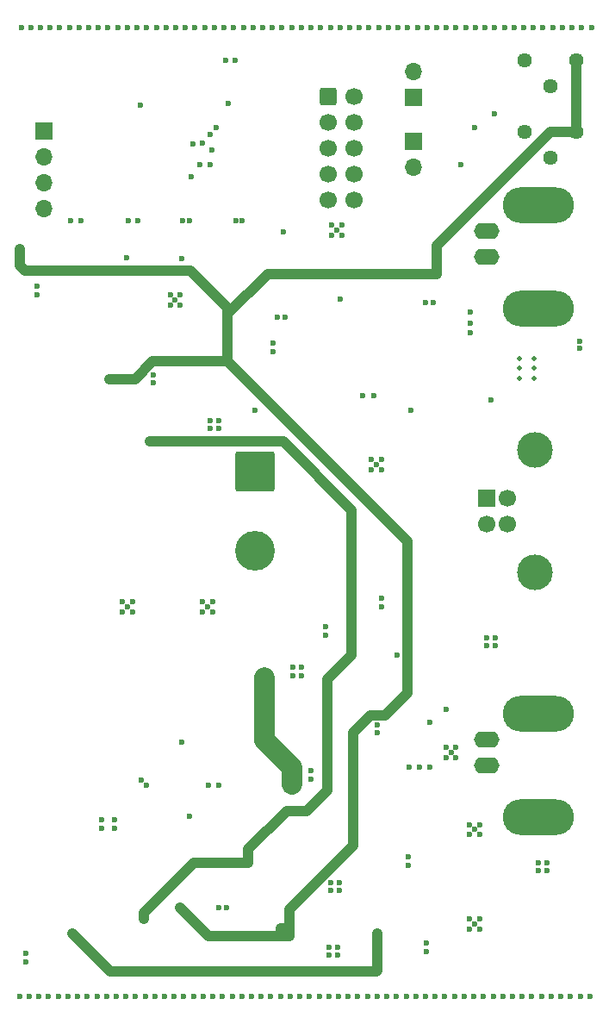
<source format=gbr>
%TF.GenerationSoftware,KiCad,Pcbnew,8.0.0*%
%TF.CreationDate,2024-10-10T22:06:05+02:00*%
%TF.ProjectId,Profiler energetyczny urz_dze_ IoT,50726f66-696c-4657-9220-656e65726765,rev?*%
%TF.SameCoordinates,Original*%
%TF.FileFunction,Copper,L3,Inr*%
%TF.FilePolarity,Positive*%
%FSLAX46Y46*%
G04 Gerber Fmt 4.6, Leading zero omitted, Abs format (unit mm)*
G04 Created by KiCad (PCBNEW 8.0.0) date 2024-10-10 22:06:05*
%MOMM*%
%LPD*%
G01*
G04 APERTURE LIST*
G04 Aperture macros list*
%AMRoundRect*
0 Rectangle with rounded corners*
0 $1 Rounding radius*
0 $2 $3 $4 $5 $6 $7 $8 $9 X,Y pos of 4 corners*
0 Add a 4 corners polygon primitive as box body*
4,1,4,$2,$3,$4,$5,$6,$7,$8,$9,$2,$3,0*
0 Add four circle primitives for the rounded corners*
1,1,$1+$1,$2,$3*
1,1,$1+$1,$4,$5*
1,1,$1+$1,$6,$7*
1,1,$1+$1,$8,$9*
0 Add four rect primitives between the rounded corners*
20,1,$1+$1,$2,$3,$4,$5,0*
20,1,$1+$1,$4,$5,$6,$7,0*
20,1,$1+$1,$6,$7,$8,$9,0*
20,1,$1+$1,$8,$9,$2,$3,0*%
G04 Aperture macros list end*
%TA.AperFunction,HeatsinkPad*%
%ADD10C,0.500000*%
%TD*%
%TA.AperFunction,ComponentPad*%
%ADD11RoundRect,0.250000X-0.600000X-0.600000X0.600000X-0.600000X0.600000X0.600000X-0.600000X0.600000X0*%
%TD*%
%TA.AperFunction,ComponentPad*%
%ADD12C,1.700000*%
%TD*%
%TA.AperFunction,ComponentPad*%
%ADD13R,1.700000X1.700000*%
%TD*%
%TA.AperFunction,ComponentPad*%
%ADD14O,1.700000X1.700000*%
%TD*%
%TA.AperFunction,ComponentPad*%
%ADD15C,3.500000*%
%TD*%
%TA.AperFunction,ComponentPad*%
%ADD16C,1.440000*%
%TD*%
%TA.AperFunction,ComponentPad*%
%ADD17RoundRect,0.250002X-1.699998X1.699998X-1.699998X-1.699998X1.699998X-1.699998X1.699998X1.699998X0*%
%TD*%
%TA.AperFunction,ComponentPad*%
%ADD18C,3.900000*%
%TD*%
%TA.AperFunction,ComponentPad*%
%ADD19O,2.500000X1.600000*%
%TD*%
%TA.AperFunction,ComponentPad*%
%ADD20O,7.000000X3.500000*%
%TD*%
%TA.AperFunction,ViaPad*%
%ADD21C,0.600000*%
%TD*%
%TA.AperFunction,Conductor*%
%ADD22C,1.000000*%
%TD*%
%TA.AperFunction,Conductor*%
%ADD23C,2.032000*%
%TD*%
%TA.AperFunction,Conductor*%
%ADD24C,0.609600*%
%TD*%
G04 APERTURE END LIST*
D10*
%TO.N,N/C*%
%TO.C,U4*%
X145437500Y-99250000D03*
X145437500Y-100250000D03*
X145437500Y-101250000D03*
X146837500Y-99250000D03*
X146837500Y-100250000D03*
X146837500Y-101250000D03*
%TD*%
D11*
%TO.N,Net-(U1-~{RESET})*%
%TO.C,U1*%
X126647500Y-73520000D03*
D12*
%TO.N,Net-(U1-SWCLK)*%
X129187500Y-73520000D03*
%TO.N,unconnected-(U1-SWIM-Pad3)*%
X126647500Y-76060000D03*
%TO.N,Net-(U1-SWDIO)*%
X129187500Y-76060000D03*
%TO.N,GND*%
X126647500Y-78600000D03*
X129187500Y-78600000D03*
%TO.N,3.3V*%
X126647500Y-81140000D03*
X129187500Y-81140000D03*
%TO.N,5V*%
X126647500Y-83680000D03*
X129187500Y-83680000D03*
%TD*%
D13*
%TO.N,3.3V*%
%TO.C,J3*%
X135000000Y-73610000D03*
D14*
%TO.N,+3.3V*%
X135000000Y-71070000D03*
%TD*%
D13*
%TO.N,+5V*%
%TO.C,J1*%
X142222500Y-113000000D03*
D12*
%TO.N,unconnected-(J1-D--Pad2)*%
X142222500Y-115500000D03*
%TO.N,unconnected-(J1-D+-Pad3)*%
X144222500Y-115500000D03*
%TO.N,GND*%
X144222500Y-113000000D03*
D15*
X146932500Y-108230000D03*
X146932500Y-120270000D03*
%TD*%
D16*
%TO.N,+2V5*%
%TO.C,RV1*%
X151050000Y-70000000D03*
%TO.N,Net-(U21-S1)*%
X148510000Y-72540000D03*
%TO.N,GNDA*%
X145970000Y-70000000D03*
%TD*%
D13*
%TO.N,5V*%
%TO.C,J2*%
X135000000Y-77925000D03*
D14*
%TO.N,+5V*%
X135000000Y-80465000D03*
%TD*%
D17*
%TO.N,/Pomiar pr\u0105du/IN+*%
%TO.C,J5*%
X119400000Y-110350000D03*
D18*
%TO.N,GNDS*%
X119400000Y-118150000D03*
%TD*%
D19*
%TO.N,/Sterowanie/Uz*%
%TO.C,J7*%
X142170000Y-89250000D03*
D20*
%TO.N,GNDA*%
X147250000Y-84170000D03*
D19*
X142170000Y-86710000D03*
D20*
X147250000Y-94330000D03*
%TD*%
D16*
%TO.N,+2V5*%
%TO.C,RV2*%
X151025000Y-77025000D03*
%TO.N,Net-(U21-S2)*%
X148485000Y-79565000D03*
%TO.N,GNDA*%
X145945000Y-77025000D03*
%TD*%
D19*
%TO.N,/Sterowanie/UI*%
%TO.C,J6*%
X142170000Y-139250000D03*
D20*
%TO.N,GNDA*%
X147250000Y-134170000D03*
D19*
X142170000Y-136710000D03*
D20*
X147250000Y-144330000D03*
%TD*%
D13*
%TO.N,+3.3V*%
%TO.C,J4*%
X98702500Y-76950000D03*
D14*
%TO.N,Net-(J4-Pin_2)*%
X98702500Y-79490000D03*
%TO.N,Net-(J4-Pin_3)*%
X98702500Y-82030000D03*
%TO.N,GND*%
X98702500Y-84570000D03*
%TD*%
D21*
%TO.N,+5V*%
X108750000Y-141200000D03*
X143050000Y-126750000D03*
X143050000Y-127500000D03*
X151350000Y-97550000D03*
X108250000Y-140700000D03*
X130050000Y-102950000D03*
X115900000Y-141200000D03*
X151350000Y-98300000D03*
X131100000Y-102950000D03*
X142200000Y-126750000D03*
X114850000Y-141200000D03*
X142200000Y-127500000D03*
%TO.N,GND*%
X123050000Y-66750000D03*
X136350000Y-66750000D03*
X142850000Y-161950000D03*
X98350000Y-66750000D03*
X103100000Y-66750000D03*
X135250000Y-161950000D03*
X148700000Y-66750000D03*
X115250000Y-124200000D03*
X119100000Y-161950000D03*
X137300000Y-66750000D03*
X119250000Y-66750000D03*
X130850000Y-110200000D03*
X102000000Y-161950000D03*
X109750000Y-66750000D03*
X140550000Y-154300000D03*
X97400000Y-66750000D03*
X133500000Y-66750000D03*
X130500000Y-161950000D03*
X121950000Y-161950000D03*
X149500000Y-161950000D03*
X100100000Y-161950000D03*
X105950000Y-66750000D03*
X141550000Y-145050000D03*
X99150000Y-161950000D03*
X147600000Y-161950000D03*
X124000000Y-66750000D03*
X121000000Y-161950000D03*
X111100000Y-93000000D03*
X139050000Y-161950000D03*
X103900000Y-161950000D03*
X107850000Y-66750000D03*
X108650000Y-161950000D03*
X136200000Y-161950000D03*
X137150000Y-161950000D03*
X145700000Y-161950000D03*
X114750000Y-123700000D03*
X131850000Y-110200000D03*
X111100000Y-94000000D03*
X138200000Y-137500000D03*
X122100000Y-66750000D03*
X133350000Y-161950000D03*
X125750000Y-161950000D03*
X98200000Y-161950000D03*
X140550000Y-146050000D03*
X106750000Y-161950000D03*
X128600000Y-161950000D03*
X141550000Y-155300000D03*
X141550000Y-154300000D03*
X141050000Y-154800000D03*
X130850000Y-109200000D03*
X138200000Y-138500000D03*
X106400000Y-124200000D03*
X135400000Y-66750000D03*
X138250000Y-66750000D03*
X112450000Y-161950000D03*
X96300000Y-161950000D03*
X127000000Y-86150000D03*
X97250000Y-161950000D03*
X123550000Y-141650000D03*
X102950000Y-161950000D03*
X126850000Y-66750000D03*
X144750000Y-161950000D03*
X130650000Y-66750000D03*
X140950000Y-161950000D03*
X132400000Y-161950000D03*
X106900000Y-66750000D03*
X141550000Y-146050000D03*
X146650000Y-161950000D03*
X143950000Y-66750000D03*
X111500000Y-161950000D03*
X151550000Y-66750000D03*
X132550000Y-66750000D03*
X141100000Y-66750000D03*
X145850000Y-66750000D03*
X111600000Y-93500000D03*
X150450000Y-161950000D03*
X131450000Y-161950000D03*
X120900000Y-130150000D03*
X124950000Y-66750000D03*
X146800000Y-66750000D03*
X147750000Y-66750000D03*
X118150000Y-161950000D03*
X115250000Y-123200000D03*
X152500000Y-66750000D03*
X144900000Y-66750000D03*
X121150000Y-66750000D03*
X131600000Y-66750000D03*
X149650000Y-66750000D03*
X128000000Y-87150000D03*
X112600000Y-66750000D03*
X141900000Y-161950000D03*
X143000000Y-66750000D03*
X127800000Y-66750000D03*
X107700000Y-161950000D03*
X115450000Y-66750000D03*
X100250000Y-66750000D03*
X119900000Y-131150000D03*
X107400000Y-123200000D03*
X106400000Y-123200000D03*
X116250000Y-161950000D03*
X122550000Y-141650000D03*
X112100000Y-93000000D03*
X120050000Y-161950000D03*
X140150000Y-66750000D03*
X129700000Y-66750000D03*
X128000000Y-86150000D03*
X122550000Y-140650000D03*
X140550000Y-145050000D03*
X113400000Y-161950000D03*
X114250000Y-123200000D03*
X129550000Y-161950000D03*
X148550000Y-161950000D03*
X110700000Y-66750000D03*
X112100000Y-94000000D03*
X138100000Y-161950000D03*
X114500000Y-66750000D03*
X102150000Y-66750000D03*
X119900000Y-130150000D03*
X123850000Y-161950000D03*
X106900000Y-123700000D03*
X134450000Y-66750000D03*
X108800000Y-66750000D03*
X104050000Y-66750000D03*
X118300000Y-66750000D03*
X99300000Y-66750000D03*
X124800000Y-161950000D03*
X125900000Y-66750000D03*
X104850000Y-161950000D03*
X105800000Y-161950000D03*
X152350000Y-161950000D03*
X126700000Y-161950000D03*
X120400000Y-130650000D03*
X142050000Y-66750000D03*
X141050000Y-145550000D03*
X139200000Y-138500000D03*
X109600000Y-161950000D03*
X134300000Y-161950000D03*
X117200000Y-161950000D03*
X111650000Y-66750000D03*
X101050000Y-161950000D03*
X120900000Y-131150000D03*
X128750000Y-66750000D03*
X140550000Y-155300000D03*
X96450000Y-66750000D03*
X110550000Y-161950000D03*
X113550000Y-66750000D03*
X101200000Y-66750000D03*
X123050000Y-141150000D03*
X143800000Y-161950000D03*
X127000000Y-87150000D03*
X116400000Y-66750000D03*
X127500000Y-86650000D03*
X120200000Y-66750000D03*
X122900000Y-161950000D03*
X115300000Y-161950000D03*
X139200000Y-66750000D03*
X123550000Y-140650000D03*
X140000000Y-161950000D03*
X114250000Y-124200000D03*
X131350000Y-109700000D03*
X105000000Y-66750000D03*
X151400000Y-161950000D03*
X150600000Y-66750000D03*
X117350000Y-66750000D03*
X127650000Y-161950000D03*
X114350000Y-161950000D03*
X139200000Y-137500000D03*
X138700000Y-138000000D03*
X131850000Y-109200000D03*
X107400000Y-124200000D03*
%TO.N,Net-(U1-~{RESET})*%
X108200000Y-74400000D03*
X116800000Y-74200000D03*
%TO.N,+3.3V*%
X117500000Y-69947500D03*
X106950000Y-85750000D03*
X114250000Y-78150000D03*
X140600000Y-94750000D03*
X101300000Y-85750000D03*
X102350000Y-85750000D03*
X113300000Y-78162400D03*
X116550000Y-69947500D03*
X131500000Y-135300000D03*
X140600000Y-96750000D03*
X107900000Y-85750000D03*
X140600000Y-95800000D03*
X112300000Y-85750000D03*
X113000000Y-85750000D03*
X131500000Y-136050000D03*
X117550000Y-85750000D03*
X142600000Y-103350000D03*
X118200000Y-85750000D03*
%TO.N,+5VA*%
X131450000Y-156700000D03*
X101450000Y-155750000D03*
X131450000Y-159400000D03*
X102050000Y-156350000D03*
X131450000Y-155750000D03*
%TO.N,GNDA*%
X109450000Y-101650000D03*
X131850000Y-123650000D03*
X127700000Y-150800000D03*
X124950000Y-140600000D03*
X115000000Y-106100000D03*
X136300000Y-157500000D03*
X126400000Y-125600000D03*
X134500000Y-148250000D03*
X116650000Y-153200000D03*
X147250000Y-149550000D03*
X126400000Y-126450000D03*
X98000000Y-93000000D03*
X115900000Y-153200000D03*
X131850000Y-122800000D03*
X126850000Y-151550000D03*
X115000000Y-105350000D03*
X126750000Y-157850000D03*
X136200000Y-93750000D03*
X139700000Y-80200000D03*
X124950000Y-139750000D03*
X127600000Y-157850000D03*
X147250000Y-148800000D03*
X109450000Y-100900000D03*
X134500000Y-149100000D03*
X127600000Y-157100000D03*
X126750000Y-157100000D03*
X126850000Y-150800000D03*
X127700000Y-151550000D03*
X115850000Y-105350000D03*
X115850000Y-106100000D03*
X121650000Y-95250000D03*
X138200000Y-133700000D03*
X148100000Y-149550000D03*
X98000000Y-92150000D03*
X122400000Y-95250000D03*
X136300000Y-156650000D03*
X148100000Y-148800000D03*
X96900000Y-157700000D03*
X96900000Y-158550000D03*
X136950000Y-93750000D03*
%TO.N,+2V5*%
X137300000Y-90950000D03*
X122000000Y-155250000D03*
X116750000Y-95600000D03*
X122850000Y-156000000D03*
X105100000Y-101300000D03*
X112065625Y-153234375D03*
X105950000Y-101300000D03*
X96300000Y-88550000D03*
X133450000Y-133100000D03*
X116750000Y-94900000D03*
X112590625Y-153759375D03*
X129050000Y-138000000D03*
X136250000Y-90950000D03*
X96300000Y-89550000D03*
X122850000Y-155250000D03*
X132700000Y-133850000D03*
X129050000Y-137200000D03*
X122000000Y-156000000D03*
%TO.N,-2V5*%
X118800000Y-148850000D03*
X108525000Y-154275000D03*
X118800000Y-148150000D03*
X128950000Y-128400000D03*
X120500000Y-107450000D03*
X109137501Y-107450000D03*
X108525000Y-153550000D03*
X121250430Y-107450000D03*
X109950000Y-107450000D03*
X128950000Y-127550000D03*
%TO.N,GNDS*%
X124000000Y-130400000D03*
X121200000Y-97800000D03*
X119400000Y-104400000D03*
X105600000Y-144600000D03*
X123200000Y-129600000D03*
X124000000Y-129600000D03*
X121200000Y-98600000D03*
X104400000Y-144600000D03*
X105600000Y-145400000D03*
X104400000Y-145400000D03*
X123200000Y-130400000D03*
%TO.N,/Pomiar pr\u0105du/V3*%
X134600000Y-139400000D03*
X106800000Y-89400000D03*
%TO.N,/Pomiar pr\u0105du/V1*%
X127800000Y-93400000D03*
X135600000Y-139400000D03*
%TO.N,/Sterowanie/A0*%
X141000000Y-76600000D03*
X114993800Y-80206200D03*
X136600000Y-135000000D03*
%TO.N,/Sterowanie/UP1*%
X122200000Y-86800000D03*
X113200000Y-81400000D03*
%TO.N,/Pomiar pr\u0105du/M1*%
X134800000Y-104400000D03*
X115200000Y-78812400D03*
%TO.N,/Pomiar pr\u0105du/M3*%
X113000000Y-144200000D03*
X115600000Y-76600000D03*
%TO.N,/Pomiar pr\u0105du/M2*%
X112200000Y-137000000D03*
X115050000Y-77300000D03*
%TO.N,/Sterowanie/A1*%
X136600000Y-139400000D03*
X143000000Y-75200000D03*
X114000000Y-80200000D03*
%TO.N,/Pomiar pr\u0105du/V2*%
X133400000Y-128400000D03*
X112200000Y-89450000D03*
%TD*%
D22*
%TO.N,-2V5*%
X118800000Y-147450000D02*
X118800000Y-148850000D01*
X124550000Y-143700000D02*
X122550000Y-143700000D01*
X122550000Y-143700000D02*
X118800000Y-147450000D01*
X126550000Y-141700000D02*
X124550000Y-143700000D01*
X126550000Y-130800000D02*
X126550000Y-141700000D01*
X128950000Y-128400000D02*
X126550000Y-130800000D01*
X128900000Y-127500000D02*
X128950000Y-127550000D01*
X128900000Y-114150000D02*
X128900000Y-127500000D01*
X122200000Y-107450000D02*
X128900000Y-114150000D01*
X121250430Y-107450000D02*
X122200000Y-107450000D01*
D23*
%TO.N,GND*%
X120400000Y-136800000D02*
X123050000Y-139450000D01*
X123050000Y-139450000D02*
X123050000Y-141084000D01*
X120400000Y-130650000D02*
X120400000Y-136800000D01*
D22*
%TO.N,+5VA*%
X131450000Y-159400000D02*
X131450000Y-156700000D01*
D24*
X131350000Y-159500000D02*
X131450000Y-159400000D01*
D22*
X105200000Y-159500000D02*
X131350000Y-159500000D01*
X102050000Y-156350000D02*
X105200000Y-159500000D01*
X131450000Y-156700000D02*
X131450000Y-155750000D01*
X101450000Y-155750000D02*
X102050000Y-156350000D01*
%TO.N,+2V5*%
X134400000Y-117200000D02*
X116750000Y-99550000D01*
X113100000Y-90650000D02*
X116750000Y-94300000D01*
X120700000Y-90950000D02*
X136250000Y-90950000D01*
X112590625Y-153759375D02*
X114831250Y-156000000D01*
X129050000Y-147150000D02*
X129050000Y-138000000D01*
X122000000Y-156000000D02*
X122000000Y-155250000D01*
X132700000Y-133850000D02*
X133450000Y-133100000D01*
X151050000Y-70000000D02*
X151050000Y-77000000D01*
X129050000Y-137200000D02*
X129050000Y-136000000D01*
X137300000Y-88200000D02*
X148475000Y-77025000D01*
X112065625Y-153234375D02*
X112590625Y-153759375D01*
X129050000Y-137200000D02*
X129050000Y-138000000D01*
X132250000Y-134300000D02*
X132700000Y-133850000D01*
X122850000Y-156000000D02*
X122850000Y-153350000D01*
X96300000Y-88550000D02*
X96300000Y-89550000D01*
X105100000Y-101300000D02*
X105950000Y-101300000D01*
X151050000Y-77000000D02*
X151025000Y-77025000D01*
X122850000Y-155250000D02*
X122850000Y-156000000D01*
X107635786Y-101300000D02*
X109385786Y-99550000D01*
X96300000Y-89550000D02*
X96300000Y-90150000D01*
X122000000Y-155250000D02*
X122850000Y-155250000D01*
X122850000Y-153350000D02*
X129050000Y-147150000D01*
X116750000Y-99550000D02*
X116750000Y-95600000D01*
X116750000Y-94300000D02*
X116750000Y-95600000D01*
X109385786Y-99550000D02*
X116750000Y-99550000D01*
X105950000Y-101300000D02*
X107635786Y-101300000D01*
X133450000Y-133100000D02*
X134400000Y-132150000D01*
X96300000Y-90150000D02*
X96800000Y-90650000D01*
X130750000Y-134300000D02*
X132250000Y-134300000D01*
X114831250Y-156000000D02*
X122000000Y-156000000D01*
X137300000Y-90950000D02*
X137300000Y-88200000D01*
X148475000Y-77025000D02*
X151025000Y-77025000D01*
X96800000Y-90650000D02*
X113100000Y-90650000D01*
X134400000Y-132150000D02*
X134400000Y-117200000D01*
X122000000Y-156000000D02*
X122850000Y-156000000D01*
X136250000Y-90950000D02*
X137300000Y-90950000D01*
X116750000Y-94900000D02*
X120700000Y-90950000D01*
X129050000Y-136000000D02*
X130750000Y-134300000D01*
X116750000Y-95600000D02*
X116750000Y-94900000D01*
%TO.N,-2V5*%
X113400000Y-148850000D02*
X108525000Y-153725000D01*
X128950000Y-127550000D02*
X128950000Y-128400000D01*
X109137501Y-107450000D02*
X109950000Y-107450000D01*
X118800000Y-148850000D02*
X113400000Y-148850000D01*
X121250430Y-107450000D02*
X109950000Y-107450000D01*
X108525000Y-153725000D02*
X108525000Y-154275000D01*
%TD*%
M02*

</source>
